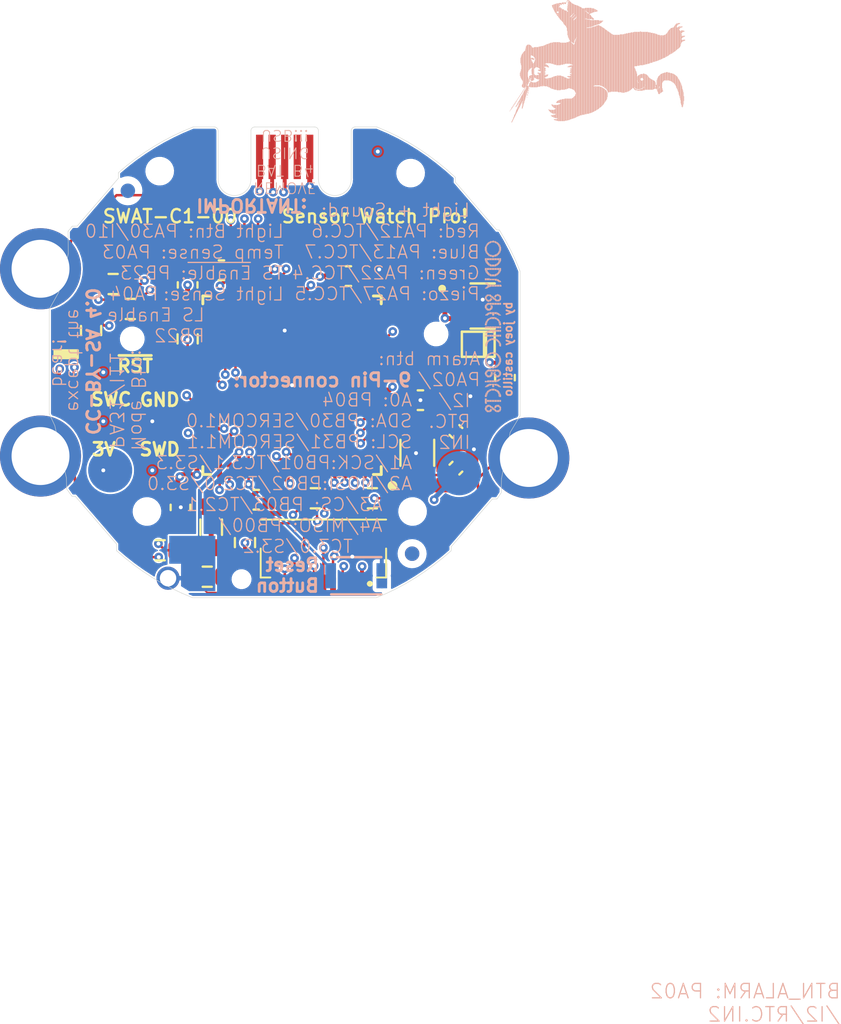
<source format=kicad_pcb>
(kicad_pcb (version 20211014) (generator pcbnew)
  (layers (0 "F.Cu" signal) (1 "In1.Cu" signal) (2 "In2.Cu" signal) (31 "B.Cu" signal) (34 "B.Paste" user) (35 "F.Paste" user) (36 "B.SilkS" user "B.Silkscreen") (37 "F.SilkS" user "F.Silkscreen") (38 "B.Mask" user) (39 "F.Mask" user) (44 "Edge.Cuts" user))
  (net 0 "")
  (net 1 "GND")
  (net 2 "/~{RESET}")
  (net 3 "/SWDIO_MODE")
  (net 4 "/VDDCORE")
  (net 5 "/XIN32")
  (net 6 "/XOUT32")
  (net 7 "/SWCLK_LIGHT")
  (net 8 "/VDDOUT")
  (net 10 "/USB_P")
  (net 11 "/USB_N")
  (net 12 "/BUZZER")
  (net 13 "/ALARM")
  (net 14 "/TEMPSENSE")
  (net 15 "/SEG0")
  (net 16 "/SEG1")
  (net 17 "/SEG2")
  (net 18 "/SEG3")
  (net 19 "/SEG4")
  (net 20 "/SEG5")
  (net 21 "/SEG6")
  (net 22 "/SEG7")
  (net 23 "/SEG8")
  (net 24 "/SEG9")
  (net 25 "/SEG10")
  (net 26 "/SEG11")
  (net 27 "/SEG12")
  (net 28 "/SEG13")
  (net 29 "/SEG14")
  (net 30 "/SEG15")
  (net 31 "/SEG16")
  (net 32 "/SEG17")
  (net 33 "/COM2")
  (net 34 "/COM1")
  (net 35 "VCC")
  (net 36 "/COM0")
  (net 37 "VBUS")
  (net 38 "/SEG18")
  (net 39 "/SEG19")
  (net 40 "/SEG20")
  (net 41 "+3V3")
  (net 42 "/SEG21")
  (net 43 "/SEG22")
  (net 44 "/SEG23")
  (net 45 "/A2_MOSI")
  (net 46 "/A1_SCK")
  (net 47 "/SCL")
  (net 48 "/SDA")
  (net 49 "/A0")
  (net 50 "/A4{slash}D1{slash}MISO")
  (net 51 "/A3{slash}D0{slash}CS")
  (net 54 "/~{RED}")
  (net 55 "/~{GREEN}")
  (net 56 "/~{BLUE}")
  (net 57 "/LIGHTSENSE")
  (net 58 "/LS_ENABLE")
  (net 59 "Net-(D2-Pad1)")
  (net 60 "/~{TS_ENABLE}")
  (net 61 "Net-(D2-Pad3)")
  (net 62 "Net-(D2-Pad4)")
  (net 63 "/VLCD")
  (footprint "Capacitor_SMD:C_0603_1608Metric" (layer "F.Cu") (at -5.0292 -4.0132 90)
    (fp_text reference "C3" hide)
    (fp_text value "0.1uF" hide)
  )
  (footprint "OSO-SWAT-A1-05:SOD-323F" (layer "F.Cu") (at 10.033 -0.9398)
    (fp_text reference "D1" hide)
    (fp_text value "SCHOTTKY" hide)
  )
  (footprint "Resistor_SMD:R_0603_1608Metric" (layer "F.Cu") (at -8.89 -4.06 180)
    (fp_text reference "R7" hide)
    (fp_text value "100" hide)
  )
  (footprint "Capacitor_SMD:C_0402_1005Metric" (layer "F.Cu") (at 8.874521 5.475479 45)
    (fp_text reference "C7" hide)
    (fp_text value "10pf" hide)
  )
  (footprint "Resistor_SMD:R_0603_1608Metric" (layer "F.Cu") (at -4.0132 11.0998 180)
    (fp_text reference "R3" hide)
    (fp_text value "10K" hide)
  )
  (footprint "Resistor_SMD:R_0603_1608Metric" (layer "F.Cu") (at -6.4516 9.7282 180)
    (fp_text reference "R1" hide)
    (fp_text value "1K" hide)
  )
  (footprint "Capacitor_SMD:C_0603_1608Metric" (layer "F.Cu") (at -1.4732 7.112)
    (fp_text reference "C5" hide)
    (fp_text value "1uF" hide)
  )
  (footprint "OSO-SWAT-A1-05:FH19C9S05SH10" (layer "F.Cu") (at 2.0066 8.89 180)
    (fp_text reference "J2" hide)
    (fp_text value "FH19C-9S-0.5SH_10_" hide)
  )
  (footprint "Resistor_SMD:R_0603_1608Metric" (layer "F.Cu") (at 1.588 7.0358 180)
    (fp_text reference "R11" hide)
    (fp_text value "10K 0.1%" hide)
  )
  (footprint "Crystal:Crystal_SMD_3215-2Pin_3.2x1.5mm" (layer "F.Cu") (at 6.874521 4.6811 90)
    (fp_text reference "X1" hide)
    (fp_text value "Crystal" hide)
  )
  (footprint "Capacitor_SMD:C_0402_1005Metric" (layer "F.Cu") (at 8.874521 3.575479 -45)
    (fp_text reference "C8" hide)
    (fp_text value "10pf" hide)
  )
  (footprint "OSO-SWAT-A1-05:MICROBUILDER_TESTPOINT_ROUND_1.5MM" (layer "F.Cu") (at -4.826 -10.922 180)
    (fp_text reference "TP8" hide)
    (fp_text value "MICROBUILDER_TESTPOINTROUND1.5MM" hide)
  )
  (footprint "Capacitor_SMD:C_0603_1608Metric" (layer "F.Cu") (at 3.302 -4.4704)
    (fp_text reference "C4" hide)
    (fp_text value "0.1uF" hide)
  )
  (footprint "OSO-SWAT-A1-05:QFN64_9X9MC_MCH" (layer "F.Cu") (at 0.381 1.1811 180)
    (fp_text reference "U1" hide)
    (fp_text value "ATSAML22J18A-MUT" hide)
  )
  (footprint "Resistor_SMD:R_0603_1608Metric" (layer "F.Cu") (at 4.5466 7.0358 180)
    (fp_text reference "R10" hide)
    (fp_text value "10K THERM" hide)
  )
  (footprint "Capacitor_SMD:C_0603_1608Metric" (layer "F.Cu") (at 11.4173 0.7874 -90)
    (fp_text reference "C1" hide)
    (fp_text value "10uF" hide)
  )
  (footprint "Capacitor_SMD:C_0603_1608Metric" (layer "F.Cu") (at -3.2766 -4.7752 180)
    (fp_text reference "C6" hide)
    (fp_text value "1uF" hide)
  )
  (footprint "OSO-SWAT-A1-05:SOT65P210X110-5N" (layer "F.Cu") (at 10.2616 -2.921)
    (fp_text reference "U2" hide)
    (fp_text value "MIC5365-3.3YC5-TR" hide)
  )
  (footprint "OSO-SWAT-A1-05:MICROBUILDER_TESTPOINT_ROUND_1.5MM" (layer "F.Cu") (at 4.826 -10.922)
    (fp_text reference "TP1" hide)
    (fp_text value "MICROBUILDER_TESTPOINTROUND1.5MM" hide)
  )
  (footprint "OSO-SWD:OSO_SWD_2x3" (layer "F.Cu") (at -8.129999 3.049999)
    (fp_text reference "J1" hide)
    (fp_text value "OSO_SWD" hide)
  )
  (footprint "Resistor_SMD:R_0603_1608Metric" (layer "F.Cu") (at -2.0574 9.33 90)
    (fp_text reference "R4" hide)
    (fp_text value "10K" hide)
  )
  (footprint "Capacitor_SMD:C_0603_1608Metric" (layer "F.Cu") (at 7.0358 1.9558)
    (fp_text reference "C9" hide)
    (fp_text value "1uF" hide)
  )
  (footprint "OSO-SWAT-A1-05:CASIO-F91W-OUTLINE-USB" (layer "F.Cu") (at 0 0)
    (fp_text reference "U$2" hide)
    (fp_text value "SENSOR-WATCH-USB" hide)
    (fp_line (start -8.180268 -10.199068) (end -8.617081 -9.831118) (layer "Edge.Cuts") (width 0.025))
    (fp_line (start -1.55 -12.19444) (end 1.55 -12.19444) (layer "Edge.Cuts") (width 0.025))
    (fp_line (start 5.804081 11.71039) (end 5.283181 11.96119) (layer "Edge.Cuts") (width 0.025))
    (fp_line (start -8.712168 9.41319) (end -10.855031 6.931331) (layer "Edge.Cuts") (width 0.025))
    (fp_line (start -11.012131 -7.05574) (end -11.22435 -6.79254) (layer "Edge.Cuts") (width 0.025))
    (fp_line (start 8.19084 10.129768) (end 7.741568 10.483931) (layer "Edge.Cuts") (width 0.025))
    (fp_line (start -6.293709 -11.468231) (end -6.785659 -11.18159) (layer "Edge.Cuts") (width 0.025))
    (fp_line (start -7.729631 -10.547681) (end -8.180268 -10.199068) (layer "Edge.Cuts") (width 0.025))
    (fp_line (start -11.02729 6.931331) (end -11.301518 6.54825) (layer "Edge.Cuts") (width 0.025))
    (fp_line (start 8.6263 9.55375) (end 8.6263 9.75909) (layer "Edge.Cuts") (width 0.025))
    (fp_line (start -11.301518 6.54825) (end -11.31254 5.972231) (layer "Edge.Cuts") (width 0.025))
    (fp_line (start 7.927618 -10.371281) (end 7.443931 -10.73374) (layer "Edge.Cuts") (width 0.025))
    (fp_line (start 11.128809 -6.857309) (end 10.98964 -6.857309) (layer "Edge.Cuts") (width 0.025))
    (fp_line (start 6.309818 11.43615) (end 5.804081 11.71039) (layer "Edge.Cuts") (width 0.025))
    (fp_line (start 11.430609 -6.34469) (end 11.128809 -6.857309) (layer "Edge.Cuts") (width 0.025))
    (fp_line (start -7.349309 10.82155) (end -7.819209 10.485309) (layer "Edge.Cuts") (width 0.025))
    (fp_line (start 6.42694 -11.393809) (end 5.893659 -11.687331) (layer "Edge.Cuts") (width 0.025))
    (fp_line (start 3.45 -11.99444) (end 3.45 -9.49444) (layer "Edge.Cuts") (width 0.025))
    (fp_line (start 12.199568 -4.7241) (end 11.9694 -5.27944) (layer "Edge.Cuts") (width 0.025))
    (fp_line (start 1.75 -11.99444) (end 1.75 -9.49444) (layer "Edge.Cuts") (width 0.025))
    (fp_line (start -11.71355 -3.627168) (end -11.213318 -5.628081) (layer "Edge.Cuts") (width 0.025))
    (fp_line (start -5.273981 -11.973968) (end -5.789368 -11.731418) (layer "Edge.Cuts") (width 0.025))
    (fp_line (start 7.27855 10.82155) (end 6.801768 11.1385) (layer "Edge.Cuts") (width 0.025))
    (fp_line (start -8.712168 9.7522) (end -8.712168 9.41319) (layer "Edge.Cuts") (width 0.025))
    (fp_line (start 11.00755 7.071918) (end 10.76914 7.071918) (layer "Edge.Cuts") (width 0.025))
    (fp_line (start 3.65 -12.19444) (end 4.778809 -12.19444) (layer "Edge.Cuts") (width 0.025))
    (fp_line (start -8.617081 -9.831118) (end -8.617081 -9.5376) (layer "Edge.Cuts") (width 0.025))
    (fp_line (start 5.893659 -11.687331) (end 5.343809 -11.954659) (layer "Edge.Cuts") (width 0.025))
    (fp_line (start 4.747131 12.185809) (end -4.777868 12.185809) (layer "Edge.Cuts") (width 0.025))
    (fp_line (start -4.747559 -12.19444) (end -3.65 -12.19444) (layer "Edge.Cuts") (width 0.025))
    (fp_line (start 11.9694 -5.27944) (end 11.71174 -5.818281) (layer "Edge.Cuts") (width 0.025))
    (fp_line (start 11.6869 3.622668) (end 12.199568 2.76969) (layer "Edge.Cuts") (width 0.025))
    (fp_line (start -6.362618 11.4334) (end -6.86425 11.1385) (layer "Edge.Cuts") (width 0.025))
    (fp_line (start -5.789368 -11.731418) (end -6.293709 -11.468231) (layer "Edge.Cuts") (width 0.025))
    (fp_line (start -5.848631 11.70625) (end -6.362618 11.4334) (layer "Edge.Cuts") (width 0.025))
    (fp_line (start -8.617081 -9.5376) (end -10.761331 -7.05574) (layer "Edge.Cuts") (width 0.025))
    (fp_line (start 8.39615 -9.988218) (end 7.927618 -10.371281) (layer "Edge.Cuts") (width 0.025))
    (fp_line (start 6.801768 11.1385) (end 6.309818 11.43615) (layer "Edge.Cuts") (width 0.025))
    (fp_line (start -12.2 2.663568) (end -12.2 -2.757631) (layer "Edge.Cuts") (width 0.025))
    (fp_line (start 12.199568 2.76969) (end 12.199568 -4.7241) (layer "Edge.Cuts") (width 0.025))
    (fp_line (start -8.273968 10.12839) (end -8.712168 9.7522) (layer "Edge.Cuts") (width 0.025))
    (fp_line (start 8.8468 -9.34055) (end 8.8468 -9.5872) (layer "Edge.Cuts") (width 0.025))
    (fp_line (start -5.31944 11.95705) (end -5.848631 11.70625) (layer "Edge.Cuts") (width 0.025))
    (fp_line (start -12.2 -2.757631) (end -11.71355 -3.627168) (layer "Edge.Cuts") (width 0.025))
    (fp_line (start -11.31254 5.972231) (end -11.913368 3.27264) (layer "Edge.Cuts") (width 0.025))
    (fp_line (start 10.76914 7.071918) (end 8.6263 9.55375) (layer "Edge.Cuts") (width 0.025))
    (fp_line (start -6.785659 -11.18159) (end -7.263868 -10.874268) (layer "Edge.Cuts") (width 0.025))
    (fp_line (start 11.2363 6.021831) (end 11.222509 6.748068) (layer "Edge.Cuts") (width 0.025))
    (fp_line (start -7.263868 -10.874268) (end -7.729631 -10.547681) (layer "Edge.Cuts") (width 0.025))
    (fp_line (start 8.6263 9.75909) (end 8.19084 10.129768) (layer "Edge.Cuts") (width 0.025))
    (fp_line (start -11.22435 -6.79254) (end -11.213318 -5.628081) (layer "Edge.Cuts") (width 0.025))
    (fp_line (start 7.443931 -10.73374) (end 6.9437 -11.075468) (layer "Edge.Cuts") (width 0.025))
    (fp_line (start 11.222509 6.748068) (end 11.00755 7.071918) (layer "Edge.Cuts") (width 0.025))
    (fp_line (start 5.283181 11.96119) (end 4.747131 12.185809) (layer "Edge.Cuts") (width 0.025))
    (fp_line (start -7.819209 10.485309) (end -8.273968 10.12839) (layer "Edge.Cuts") (width 0.025))
    (fp_line (start 11.71174 -5.818281) (end 11.430609 -6.34469) (layer "Edge.Cuts") (width 0.025))
    (fp_line (start -3.45 -11.99444) (end -3.45 -9.49444) (layer "Edge.Cuts") (width 0.025))
    (fp_line (start 8.8468 -9.5872) (end 8.39615 -9.988218) (layer "Edge.Cuts") (width 0.025))
    (fp_line (start -4.747559 -12.19444) (end -5.273981 -11.973968) (layer "Edge.Cuts") (width 0.025))
    (fp_line (start 11.6869 3.622668) (end 11.2363 6.021831) (layer "Edge.Cuts") (width 0.025))
    (fp_line (start -11.913368 3.27264) (end -12.2 2.663568) (layer "Edge.Cuts") (width 0.025))
    (fp_line (start -10.761331 -7.05574) (end -11.012131 -7.05574) (layer "Edge.Cuts") (width 0.025))
    (fp_line (start -6.86425 11.1385) (end -7.349309 10.82155) (layer "Edge.Cuts") (width 0.025))
    (fp_line (start 6.9437 -11.075468) (end 6.42694 -11.393809) (layer "Edge.Cuts") (width 0.025))
    (fp_line (start -10.855031 6.931331) (end -11.02729 6.931331) (layer "Edge.Cuts") (width 0.025))
    (fp_line (start 5.343809 -11.954659) (end 4.778809 -12.19444) (layer "Edge.Cuts") (width 0.025))
    (fp_line (start -1.75 -11.99444) (end -1.75 -9.49444) (layer "Edge.Cuts") (width 0.025))
    (fp_line (start 7.741568 10.483931) (end 7.27855 10.82155) (layer "Edge.Cuts") (width 0.025))
    (fp_line (start 10.98964 -6.857309) (end 8.8468 -9.34055) (layer "Edge.Cuts") (width 0.025))
    (fp_line (start -4.777868 12.185809) (end -5.31944 11.95705) (layer "Edge.Cuts") (width 0.025))
    (fp_arc (start 3.45 -9.49444) (mid 2.6 -8.64444) (end 1.75 -9.49444) (layer "Edge.Cuts") (width 0.025))
    (fp_arc (start 3.45 -11.99444) (mid 3.508579 -12.135861) (end 3.65 -12.19444) (layer "Edge.Cuts") (width 0.025))
    (fp_arc (start 1.55 -12.19444) (mid 1.69143 -12.13587) (end 1.75 -11.99444) (layer "Edge.Cuts") (width 0.025))
    (fp_arc (start -1.75 -9.49444) (mid -2.6 -8.64444) (end -3.45 -9.49444) (layer "Edge.Cuts") (width 0.025))
    (fp_arc (start -1.75 -11.99444) (mid -1.691421 -12.135861) (end -1.55 -12.19444) (layer "Edge.Cuts") (width 0.025))
    (fp_arc (start -3.65 -12.19444) (mid -3.508579 -12.135861) (end -3.45 -11.99444) (layer "Edge.Cuts") (width 0.025))
  )
  (footprint "Inductor_SMD:L_0805_2012Metric" (layer "F.Cu") (at -3.81 8.5344 -90)
    (fp_text reference "L1" hide)
    (fp_text value "10uH" hide)
  )
  (footprint "Resistor_SMD:R_0603_1608Metric" (layer "F.Cu") (at -8.001 -2.7686 180)
    (fp_text reference "R8" hide)
    (fp_text value "100" hide)
  )
  (footprint "Resistor_SMD:R_0603_1608Metric" (layer "F.Cu") (at -5.0292 -1.2192 -90)
    (fp_text reference "Q1" hide)
    (fp_text value "Q_Photo_NPN" hide)
  )
  (footprint "Capacitor_SMD:C_0603_1608Metric" (layer "F.Cu") (at -5.4 7.51 -90)
    (fp_text reference "C2" hide)
    (fp_text value "0.1uF" hide)
  )
  (footprint "OSO-SWAT-A1-05:MICROBUILDER_TESTPOINT_ROUND_1.5MM" (layer "F.Cu") (at 8.89 7.874 180)
    (fp_text reference "TP10" hide)
    (fp_text value "MICROBUILDER_TESTPOINTROUND1.5MM" hide)
  )
  (footprint "OSO-SWAT-A1-05:MICROBUILDER_TESTPOINT_ROUND_1.5MM" (layer "F.Cu") (at -8.89 7.874 180)
    (fp_text reference "TP9" hide)
    (fp_text value "MICROBUILDER_TESTPOINTROUND1.5MM" hide)
  )
  (footprint "Fiducial:Fiducial_0.75mm_Mask1.5mm" (layer "F.Cu") (at 6.604 9.906)
    (fp_text reference "FID10" hide)
    (fp_text value "Fiducial" hide)
  )
  (footprint "Fiducial:Fiducial_0.75mm_Mask1.5mm" (layer "F.Cu") (at 4.572 -9.144)
    (fp_text reference "FID9" hide)
    (fp_text value "Fiducial" hide)
  )
  (footprint "Resistor_SMD:R_0603_1608Metric" (layer "F.Cu") (at -10.033 -1.651 -90)
    (fp_text reference "R6" hide)
    (fp_text value "1K" hide)
  )
  (footprint "Fiducial:Fiducial_0.75mm_Mask1.5mm" (layer "F.Cu") (at -4.572 -9.144)
    (fp_text reference "FID7" hide)
    (fp_text value "Fiducial" hide)
  )
  (footprint "OSO-SWAT-A1-05:LED_QBLP655_RGB" (layer "F.Cu") (at -11.3284 0 90)
    (fp_text reference "D2" hide)
    (fp_text value "QBLP655-RGB" hide)
  )
  (footprint "Fiducial:Fiducial_0.75mm_Mask1.5mm" (layer "B.Cu") (at -8.128 -8.89 180)
    (fp_text reference "FID8" hide)
    (fp_text value "Fiducial" hide)
  )
  (footprint "OSO-SWAT-A1-05:SW_EVP-BB1AAB000" (layer "B.Cu") (at 3.7084 11.049 180)
    (fp_text reference "RESET0" hide)
    (fp_text value "EVP-BB1AAB000" hide)
  )
  (footprint "Fiducial:Fiducial_0.75mm_Mask1.5mm" (layer "B.Cu") (at 6.604 9.906 180)
    (fp_text reference "FID11" hide)
    (fp_text value "Fiducial" hide)
  )
  (footprint "OSO-SWAT-A1-05:OSO_WORDMARK_ONELINE_350MIL_1000DPI" (layer "B.Cu") (at 10.795 -1.8542 -90)
    (fp_text reference "U$6" hide)
    (fp_text value "" hide)
  )
  (footprint "OSO-SWAT-A1-05:OSO_BEAR_250X360MIL_1000DPI" (layer "B.Cu") (at 16.1671 -15.5829 -90)
    (fp_text reference "U$5" hide)
    (fp_text value "" hide)
  )
  (gr_rect (start -11.925479 -0.624521) (end -10.725479 -0.224521) (layer "F.SilkS") (width 0.12) (fill solid))
  (gr_text "CC-BY-SA 4.0" (at -9.9568 -0.0508 -90) (layer "B.SilkS") (effects (font (size 0.6731 0.6731) (thickness 0.146304)) (justify mirror)))
  (gr_text "bear!" (at -11.7094 0.0254 -90) (layer "B.SilkS") (effects (font (size 0.6731 0.6731) (thickness 0.065024)) (justify mirror)))
  (gr_text "by joey castillo" (at 11.5824 -0.6858 -270) (layer "B.SilkS") (effects (font (size 0.41656 0.41656) (thickness 0.09144)) (justify mirror)))
  (gr_text "REMOVE\nBAT B4\nUSING\nUSB!!!" (at 0.007121 -8.719321 -180) (layer "B.SilkS") (effects (font (size 0.560832 0.560832) (thickness 0.048768)) (justify top mirror)))
  (gr_text "PA04" (at -6.5024 -3.937) (layer "B.SilkS") (effects (font (size 0.6731 0.6731) (thickness 0.065024)) (justify left top mirror)))
  (gr_text "Reset\nButton" (at 1.8542 11.0236) (layer "B.SilkS") (effects (font (size 0.666496 0.666496) (thickness 0.146304)) (justify left mirror)))
  (gr_text "Alarm btn:\nPA02/\n I2/\n RTC.\n IN2" (at 10.1854 -0.5842) (layer "B.SilkS") (effects (font (size 0.6731 0.6731) (thickness 0.065024)) (justify left top mirror)))
  (gr_text "except the" (at -10.8712 -0.127 -90) (layer "B.SilkS") (effects (font (size 0.6731 0.6731) (thickness 0.065024)) (justify mirror)))
  (gr_text "9-Pin connector:" (at 6.6548 0.508) (layer "B.SilkS") (effects (font (size 0.6985 0.6985) (thickness 0.146304)) (justify left top mirror)))
  (gr_text "IMPORTANT:" (at -1.7018 -7.747 -180) (layer "B.SilkS") (effects (font (size 0.666496 0.666496) (thickness 0.146304)) (justify top mirror)))
  (gr_text " Light + Sound:\nRed: PA12/TCC.6\nBlue: PA13/TCC.7\nGreen: PA22/TCC.4\nPiezo: PA27/TCC.5\n" (at 10.16 -8.2804) (layer "B.SilkS") (effects (font (size 0.6731 0.6731) (thickness 0.065024)) (justify left top mirror)))
  (gr_text "Light Btn: PA30/I10\nTemp Sense: PA03\nTS ~{Enable}: PB23\nLight Sense: \n        LS Enable\n        PB22\n" (at 0 -7.1882) (layer "B.SilkS") (effects (font (size 0.6731 0.6731) (thickness 0.065024)) (justify left top mirror)))
  (gr_text "A0: PB04\nSDA: PB30/SERCOM1.0\nSCL: PB31/SERCOM1.1\nA1/SCK:PB01/TC3.1/S3.3\nA2/MOSI:PB02/TC2.0/S3.0\n   A3/CS: PB03/TC2.1\n   A4/MISO: PB00/\n      TC3.0/S3.2\n" (at 6.6548 1.5494) (layer "B.SilkS") (effects (font (size 0.6731 0.6731) (thickness 0.065024)) (justify left top mirror)))
  (gr_text "BTN_ALARM: PA02\n/I2/RTC.IN2" (at 28.8568 32.1296) (layer "B.SilkS") (effects (font (size 0.747776 0.747776) (thickness 0.065024)) (justify left top mirror)))
  (gr_text "Mode Btn:\nPA31/I11" (at -7.1882 1.9558 270) (layer "B.SilkS") (effects (font (size 0.6985 0.6985) (thickness 0.065024)) (justify top mirror)))
  (gr_text "3V" (at -9.3726 4.1148) (layer "F.SilkS") (effects (font (size 0.666496 0.666496) (thickness 0.146304)) (justify top)))
  (gr_text "SWD" (at -6.477 4.1148) (layer "F.SilkS") (effects (font (size 0.666496 0.666496) (thickness 0.146304)) (justify top)))
  (gr_text "Sensor Watch Pro!" (at 4.674521 -7.5692) (layer "F.SilkS") (effects (font (size 0.69088 0.69088) (thickness 0.12192))))
  (gr_text "SWC" (at -8.9916 1.524) (layer "F.SilkS") (effects (font (size 0.666496 0.666496) (thickness 0.146304)) (justify top)))
  (gr_text "~{RST}" (at -7.75 -0.2) (layer "F.SilkS") (effects (font (size 0.666496 0.666496) (thickness 0.146304)) (justify top)))
  (gr_text "GND" (at -6.477 1.5494) (layer "F.SilkS") (effects (font (size 0.666496 0.666496) (thickness 0.146304)) (justify top)))
  (gr_text "SWAT-C1-00" (at -5.9436 -7.5692) (layer "F.SilkS") (effects (font (size 0.69088 0.69088) (thickness 0.12192))))
  (segment (start 1.3 -10.64444) (end 1.3 -9.1232) (width 0.254) (layer "F.Cu") (net 1))
  (segment (start 8.46942 4.699) (end 6.8072 4.699) (width 0.127) (layer "F.Cu") (net 1))
  (segment (start 9.786917 4.5212) (end 8.994262 4.5212) (width 0.127) (layer "F.Cu") (net 1))
  (segment (start 1.631 -0.0689) (end 0.381 1.1811) (width 0.254) (layer "F.Cu") (net 1))
  (segment (start -0.869 2.4311) (end 0.381 1.1811) (width 0.254) (layer "F.Cu") (net 1))
  (segment (start -4.2891 -2.5689) (end -4.2926 -2.5654) (width 0.254) (layer "F.Cu") (net 1))
  (segment (start 9.9314 -2.921) (end 10.2616 -3.2512) (width 0.254) (layer "F.Cu") (net 1))
  (segment (start 9.2916 -2.921) (end 9.9314 -2.921) (width 0.254) (layer "F.Cu") (net 1))
  (segment (start -4.2926 -3.8354) (end -4.0386 -4.0894) (width 0.254) (layer "F.Cu") (net 1))
  (segment (start 4.7752 1.9311) (end 1.131 1.9311) (width 0.254) (layer "F.Cu") (net 1))
  (segment (start 1.131 1.9311) (end 0.381 1.1811) (width 0.254) (layer "F.Cu") (net 1))
  (segment (start 9.8168 1.5624) (end 11.4173 1.5624) (width 0.254) (layer "F.Cu") (net 1))
  (segment (start 3.5066 11.39) (end 3.5066 10.0598) (width 0.2032) (layer "F.Cu") (net 1))
  (segment (start -4.0132 4.4311) (end -2.869 4.4311) (width 0.254) (layer "F.Cu") (net 1))
  (segment (start 8.816462 4.351958) (end 9.233731 3.934689) (width 0.127) (layer "F.Cu") (net 1))
  (segment (start -4.2926 -2.5654) (end -4.2926 -3.8354) (width 0.254) (layer "F.Cu") (net 1))
  (segment (start -5.0292 -4.7752) (end -4.0386 -4.7752) (width 0.254) (layer "F.Cu") (net 1))
  (segment (start -5.3848 7.5032) (end -5.3848 8.2934) (width 0.254) (layer "F.Cu") (net 1))
  (segment (start 4.064 -4.4704) (end 4.555841 -4.4704) (width 0.254) (layer "F.Cu") (net 1))
  (segment (start -3.369 -2.5689) (end 0.381 1.1811) (width 0.254) (layer "F.Cu") (net 1))
  (segment (start -0.869 6.7634) (end -0.5966 7.0358) (width 0.254) (layer "F.Cu") (net 1))
  (segment (start 7.8108 1.9558) (end 9.4234 1.9558) (width 0.254) (layer "F.Cu") (net 1))
  (segment (start -4.0132 -2.5689) (end -3.369 -2.5689) (width 0.254) (layer "F.Cu") (net 1))
  (segment (start -2.869 4.4311) (end 0.381 1.1811) (width 0.254) (layer "F.Cu") (net 1))
  (segment (start -0.869 5.5753) (end -0.869 2.4311) (width 0.254) (layer "F.Cu") (net 1))
  (segment (start -4.0386 -4.0894) (end -4.0386 -4.7752) (width 0.254) (layer "F.Cu") (net 1))
  (segment (start 8.994262 4.5212) (end 8.816462 4.699) (width 0.127) (layer "F.Cu") (net 1))
  (segment (start 9.4234 1.9558) (end 9.6266 1.7526) (width 0.254) (layer "F.Cu") (net 1))
  (segment (start 3.5066 10.0598) (end 3.5052 10.0584) (width 0.2032) (layer "F.Cu") (net 1))
  (segment (start 7.8108 1.9558) (end 7.0358 1.9558) (width 0.254) (layer "F.Cu") (net 1))
  (segment (start 9.233731 5.116269) (end 8.816462 4.699) (width 0.127) (layer "F.Cu") (net 1))
  (segment (start 9.6266 1.7526) (end 9.8168 1.5624) (width 0.254) (layer "F.Cu") (net 1))
  (segment (start 8.816462 4.699) (end 8.816462 4.351958) (width 0.127) (layer "F.Cu") (net 1))
  (segment (start 1.631 -3.2131) (end 1.631 -0.0689) (width 0.254) (layer "F.Cu") (net 1))
  (segment (start -4.0132 -2.5689) (end -4.2891 -2.5689) (width 0.254) (layer "F.Cu") (net 1))
  (segment (start 4.555841 -4.4704) (end 4.899826 -4.814385) (width 0.254) (layer "F.Cu") (net 1))
  (segment (start 8.816462 4.699) (end 8.509 4.699) (width 0.127) (layer "F.Cu") (net 1))
  (segment (start 9.807168 4.500949) (end 9.786917 4.5212) (width 0.127) (layer "F.Cu") (net 1))
  (segment (start -0.869 5.5753) (end -0.869 6.7634) (width 0.254) (layer "F.Cu") (net 1))
  (segment (start 1.3 -9.1232) (end 1.2954 -9.1186) (width 0.254) (layer "F.Cu") (net 1))
  (via (at 9.6266 1.7526) (size 0.45) (drill 0.2) (layers "F.Cu" "B.Cu") (net 1))
  (via (at -5.3848 7.5032) (size 0.45) (drill 0.2) (layers "F.Cu" "B.Cu") (net 1))
  (via (at 4.899826 -4.814385) (size 0.45) (drill 0.2) (layers "F.Cu" "B.Cu") (net 1))
  (via (at 0 -1.651) (size 0.45) (drill 0.2) (layers "F.Cu" "B.Cu") (net 1))
  (via (at 6.8072 4.699) (size 0.45) (drill 0.2) (layers "F.Cu" "B.Cu") (net 1))
  (via (at 7.0358 1.9558) (size 0.45) (drill 0.2) (layers "F.Cu" "B.Cu") (net 1))
  (via (at 1.2954 -9.1186) (size 0.45) (drill 0.2) (layers "F.Cu" "B.Cu") (net 1))
  (via (at 3.5052 10.0584) (size 0.45) (drill 0.2) (layers "F.Cu" "B.Cu") (net 1))
  (via (at 10.2616 -3.2512) (size 0.45) (drill 0.2) (layers "F.Cu" "B.Cu") (net 1))
  (via (at 9.807168 4.500949) (size 0.45) (drill 0.2) (layers "F.Cu" "B.Cu") (net 1))
  (via (at -6.859999 3.049999) (size 0.45) (drill 0.2) (layers "F.Cu" "B.Cu") (net 1))
  (via (at 0.381 1.1811) (size 0.45) (drill 0.2) (layers "F.Cu" "B.Cu") (net 1))
  (segment (start 2.1844 -1.3716) (end 1.905 -1.3716) (width 0.254) (layer "B.Cu") (net 1))
  (segment (start 5.0334 10.0584) (end 5.0334 10.674) (width 0.2032) (layer "B.Cu") (net 1))
  (segment (start 1.905 -1.3716) (end 0.381 0.1524) (width 0.254) (layer "B.Cu") (net 1))
  (segment (start 0.381 0.1524) (end 0.381 1.1811) (width 0.254) (layer "B.Cu") (net 1))
  (segment (start 5.0334 11.424) (end 5.0334 10.674) (width 0.55) (layer "B.Cu") (net 1))
  (segment (start 3.5052 10.0584) (end 5.0334 10.0584) (width 0.2032) (layer "B.Cu") (net 1))
  (segment (start -1.869 6.265) (end -1.869 5.5753) (width 0.127) (layer "F.Cu") (net 2))
  (segment (start -1.869 5.5753) (end -1.869 4.689372) (width 0.127) (layer "F.Cu") (net 2))
  (segment (start -1.869 4.689372) (end -1.823797 4.644169) (width 0.127) (layer "F.Cu") (net 2))
  (via (at -1.8708 6.308) (size 0.45) (drill 0.2) (layers "F.Cu" "B.Cu") (net 2))
  (via (at -9.399999 0.509999) (size 0.45) (drill 0.2) (layers "F.Cu" "B.Cu") (net 2))
  (via (at -1.823797 4.644169) (size 0.45) (drill 0.2) (layers "F.Cu" "B.Cu") (net 2))
  (segment (start -1.8094 6.4812) (end 2.3834 10.674) (width 0.127) (layer "B.Cu") (net 2))
  (segment (start -1.8708 6.308) (end -1.8708 6.4646) (width 0.127) (layer "B.Cu") (net 2))
  (segment (start 2.3834 11.424) (end 2.3834 10.674) (width 0.55) (layer "B.Cu") (net 2))
  (segment (start -9.586 7.874) (end -8.89 7.874) (width 0.127) (layer "F.Cu") (net 3))
  (segment (start 0.0762 4.640089) (end 0.195789 4.640089) (width 0.127) (layer "F.Cu") (net 3))
  (segment (start 0.694491 4.801569) (end 1.131 5.238078) (width 0.127) (layer "F.Cu") (net 3))
  (segment (start -10.8712 6.5888) (end -9.586 7.874) (width 0.127) (layer "F.Cu") (net 3))
  (segment (start -10.8712 5.9436) (end -10.8712 6.5888) (width 0.127) (layer "F.Cu") (net 3))
  (segment (start 1.131 5.238078) (end 1.131 5.5753) (width 0.127) (layer "F.Cu") (net 3))
  (segment (start 0.357269 4.801569) (end 0.694491 4.801569) (width 0.127) (layer "F.Cu") (net 3))
  (segment (start 0.195789 4.640089) (end 0.357269 4.801569) (width 0.127) (layer "F.Cu") (net 3))
  (via (at -6.859999 5.589999) (size 0.45) (drill 0.2) (layers "F.Cu" "B.Cu") (net 3))
  (via (at 0.0762 4.640089) (size 0.45) (drill 0.2) (layers "F.Cu" "B.Cu") (net 3))
  (segment (start -2.7178 7.0358) (end -2.2482 7.0358) (width 0.254) (layer "F.Cu") (net 4))
  (segment (start -1.369 6.6014) (end -1.8034 7.0358) (width 0.254) (layer "F.Cu") (net 4))
  (segment (start -1.369 5.5753) (end -1.369 6.6014) (width 0.254) (layer "F.Cu") (net 4))
  (segment (start -3.1539 7.4719) (end -2.7178 7.0358) (width 0.254) (layer "F.Cu") (net 4))
  (segment (start -1.8034 7.0358) (end -2.2482 7.0358) (width 0.254) (layer "F.Cu") (net 4))
  (segment (start -3.81 7.4719) (end -3.1539 7.4719) (width 0.254) (layer "F.Cu") (net 4))
  (segment (start 6.4653 5.8811) (end 6.874521 5.8811) (width 0.127) (layer "F.Cu") (net 5))
  (segment (start 6.920932 5.834689) (end 6.874521 5.8811) (width 0.127) (layer "F.Cu") (net 5))
  (segment (start 5.5153 4.9311) (end 6.4653 5.8811) (width 0.127) (layer "F.Cu") (net 5))
  (segment (start 4.7752 4.9311) (end 5.5153 4.9311) (width 0.127) (layer "F.Cu") (net 5))
  (segment (start 8.515311 5.834689) (end 6.920932 5.834689) (width 0.127) (layer "F.Cu") (net 5))
  (segment (start 4.7752 4.4311) (end 5.5257 4.4311) (width 0.127) (layer "F.Cu") (net 6))
  (segment (start 5.5257 4.4311) (end 6.4757 3.4811) (width 0.127) (layer "F.Cu") (net 6))
  (segment (start 8.515311 3.216269) (end 7.139352 3.216269) (width 0.127) (layer "F.Cu") (net 6))
  (segment (start 7.139352 3.216269) (end 6.874521 3.4811) (width 0.127) (layer "F.Cu") (net 6))
  (segment (start 6.4757 3.4811) (end 6.874521 3.4811) (width 0.127) (layer "F.Cu") (net 6))
  (segment (start -0.317011 5.016989) (end 0.409911 5.016989) (width 0.127) (layer "F.Cu") (net 7))
  (segment (start -11.073558 -4.795541) (end -11.073558 -5.666344) (width 0.127) (layer "F.Cu") (net 7))
  (segment (start -11.080393 -6.293207) (end -8.7118 -8.6618) (width 0.127) (layer "F.Cu") (net 7))
  (segment (start -11.074463 -5.667249) (end -11.080393 -6.293207) (width 0.127) (layer "F.Cu") (net 7))
  (segment (start -4.826 -10.244) (end -4.826 -10.922) (width 0.127) (layer "F.Cu") (net 7))
  (segment (start -6.4082 -8.6618) (end -4.826 -10.244) (width 0.127) (layer "F.Cu") (net 7))
  (segment (start -8.7118 -8.6618) (end -6.4082 -8.6618) (width 0.127) (layer "F.Cu") (net 7))
  (segment (start -11.073558 -5.666344) (end -11.074463 -5.667249) (width 0.127) (layer "F.Cu") (net 7))
  (segment (start -0.4286 4.855498) (end -0.4286 4.9054) (width 0.127) (layer "F.Cu") (net 7))
  (segment (start -0.4286 4.9054) (end -0.317011 5.016989) (width 0.127) (layer "F.Cu") (net 7))
  (segment (start 0.631 5.238078) (end 0.631 5.5753) (width 0.127) (layer "F.Cu") (net 7))
  (segment (start -11.346081 -4.523018) (end -11.073558 -4.795541) (width 0.127) (layer "F.Cu") (net 7))
  (segment (start 0.409911 5.016989) (end 0.631 5.238078) (width 0.127) (layer "F.Cu") (net 7))
  (via (at -9.399999 3.049999) (size 0.45) (drill 0.2) (layers "F.Cu" "B.Cu") (net 7))
  (via (at -0.4286 4.855498) (size 0.45) (drill 0.2) (layers "F.Cu" "B.Cu") (net 7))
  (segment (start -3.81 8.7249) (end -3.81 9.5969) (width 0.254) (layer "F.Cu") (net 8))
  (segment (start -0.254 6.35241) (end 0.0508 6.65721) (width 0.254) (layer "F.Cu") (net 8))
  (segment (start -0.254 6.3246) (end -0.254 6.35241) (width 0.254) (layer "F.Cu") (net 8))
  (segment (start -0.369 6.2096) (end -0.254 6.3246) (width 0.254) (layer "F.Cu") (net 8))
  (segment (start -2.9083 7.8232) (end -3.81 8.7249) (width 0.254) (layer "F.Cu") (net 8))
  (segment (start -0.369 5.5753) (end -0.369 6.2096) (width 0.254) (layer "F.Cu") (net 8))
  (segment (start 0.0508 7.5692) (end -0.2032 7.8232) (width 0.254) (layer "F.Cu") (net 8))
  (segment (start 0.0508 6.65721) (end 0.0508 7.5692) (width 0.254) (layer "F.Cu") (net 8))
  (segment (start -0.2032 7.8232) (end -2.9083 7.8232) (width 0.254) (layer "F.Cu") (net 8))
  (segment (start 0 -10.64444) (end 0 -8.86935) (width 0.2032) (layer "F.Cu") (net 10))
  (segment (start -2.99182 3.9311) (end -4.0132 3.9311) (width 0.2032) (layer "F.Cu") (net 10))
  (segment (start 0 -8.86935) (end -0.05555 -8.8138) (width 0.2032) (layer "F.Cu") (net 10))
  (segment (start -2.61646 3.55574) (end -2.99182 3.9311) (width 0.2032) (layer "F.Cu") (net 10))
  (via (at -2.61646 3.55574) (size 0.45) (drill 0.2) (layers "F.Cu" "B.Cu") (net 10))
  (via (at -0.05555 -8.8138) (size 0.45) (drill 0.2) (layers "F.Cu" "B.Cu") (net 10))
  (segment (start -0.65 -8.86935) (end -0.59445 -8.8138) (width 0.2032) (layer "F.Cu") (net 11))
  (segment (start -0.65 -10.64444) (end -0.65 -8.86935) (width 0.2032) (layer "F.Cu") (net 11))
  (segment (start -3.139347 3.427418) (end -4.009518 3.427418) (width 0.2032) (layer "F.Cu") (net 11))
  (segment (start -4.009518 3.427418) (end -4.0132 3.4311) (width 0.2032) (layer "F.Cu") (net 11))
  (via (at -0.59445 -8.8138) (size 0.45) (drill 0.2) (layers "F.Cu" "B.Cu") (net 11))
  (via (at -3.139347 3.427418) (size 0.45) (drill 0.2) (layers "F.Cu" "B.Cu") (net 11))
  (segment (start -2.369 4.650969) (end -2.3622 4.644169) (width 0.2032) (layer "F.Cu") (net 12))
  (segment (start -2.369 5.5753) (end -2.369 4.650969) (width 0.2032) (layer "F.Cu") (net 12))
  (via (at -2.3622 4.644169) (size 0.45) (drill 0.2) (layers "F.Cu" "B.Cu") (net 12))
  (segment (start -2.408969 4.644169) (end -4.3942 6.6294) (width 0.2032) (layer "B.Cu") (net 12))
  (segment (start -4.3942 10.3886) (end -5.1816 11.176) (width 0.2032) (layer "B.Cu") (net 12))
  (segment (start -5.1816 11.176) (end -6.0452 11.176) (width 0.2032) (layer "B.Cu") (net 12))
  (segment (start -2.3622 4.644169) (end -2.408969 4.644169) (width 0.2032) (layer "B.Cu") (net 12))
  (segment (start -4.3942 6.6294) (end -4.3942 10.3886) (width 0.2032) (layer "B.Cu") (net 12))
  (segment (start 11.342224 4.703628) (end 10.0195 6.026352) (width 0.127) (layer "F.Cu") (net 13))
  (segment (start 4.7752 3.9311) (end 4.1969 3.9311) (width 0.127) (layer "F.Cu") (net 13))
  (segment (start 4.1969 3.9311) (end 3.937 4.191) (width 0.127) (layer "F.Cu") (net 13))
  (segment (start 10.0195 6.026352) (end 10.0195 6.7445) (width 0.127) (layer "F.Cu") (net 13))
  (segment (start 10.0195 6.7445) (end 8.89 7.874) (width 0.127) (layer "F.Cu") (net 13))
  (segment (start 8.89 7.18681) (end 8.874521 7.171331) (width 0.0889) (layer "F.Cu") (net 13))
  (via (at 3.937 4.191) (size 0.45) (drill 0.2) (layers "F.Cu" "B.Cu") (net 13))
  (segment (start 2.0533 7.8232) (end 2.0533 7.3955) (width 0.127) (layer "F.Cu") (net 14))
  (segment (start 4.145489 3.4311) (end 3.923831 3.652758) (width 0.127) (layer "F.Cu") (net 14))
  (segment (start 4.7752 3.4311) (end 4.145489 3.4311) (width 0.127) (layer "F.Cu") (net 14))
  (segment (start 2.0533 7.3955) (end 2.413 7.0358) (width 0.127) (layer "F.Cu") (net 14))
  (segment (start 3.7216 7.0358) (end 2.413 7.0358) (width 0.127) (layer "F.Cu") (net 14))
  (via (at 3.923831 3.652758) (size 0.45) (drill 0.2) (layers "F.Cu" "B.Cu") (net 14))
  (via (at 2.0533 7.8232) (size 0.45) (drill 0.2) (layers "F.Cu" "B.Cu") (net 14))
  (segment (start 5.996661 -1.348461) (end 5.996661 -3.440957) (width 0.0889) (layer "F.Cu") (net 15))
  (segment (start 5.996661 -3.440957) (end 7.331864 -4.77616) (width 0.0889) (layer "F.Cu") (net 15))
  (segment (start 9.208 -5.271) (end 9.208 -6.25) (width 0.0889) (layer "F.Cu") (net 15))
  (segment (start 5.2171 -0.5689) (end 5.996661 -1.348461) (width 0.0889) (layer "F.Cu") (net 15))
  (segment (start 8.71316 -4.77616) (end 9.208 -5.271) (width 0.0889) (layer "F.Cu") (net 15))
  (segment (start 7.331864 -4.77616) (end 8.71316 -4.77616) (width 0.0889) (layer "F.Cu") (net 15))
  (segment (start 4.7752 -0.5689) (end 5.2171 -0.5689) (width 0.0889) (layer "F.Cu") (net 15))
  (segment (start 5.819341 -2.364941) (end 5.819341 -3.514405) (width 0.0889) (layer "F.Cu") (net 16))
  (segment (start 7.258416 -4.95348) (end 8.17928 -4.95348) (width 0.0889) (layer "F.Cu") (net 16))
  (segment (start 4.7752 -1.5689) (end 5.0233 -1.5689) (width 0.0889) (layer "F.Cu") (net 16))
  (segment (start 8.17928 -4.95348) (end 8.502 -5.2762) (width 0.0889) (layer "F.Cu") (net 16))
  (segment (start 8.502 -5.2762) (end 8.502 -6.25) (width 0.0889) (layer "F.Cu") (net 16))
  (segment (start 5.0233 -1.5689) (end 5.819341 -2.364941) (width 0.0889) (layer "F.Cu") (net 16))
  (segment (start 5.819341 -3.514405) (end 7.258416 -4.95348) (width 0.0889) (layer "F.Cu") (net 16))
  (segment (start 7.6418 -5.1308) (end 7.796 -5.285) (width 0.0889) (layer "F.Cu") (net 17))
  (segment (start 5.1169 -2.0689) (end 5.642021 -2.594021) (width 0.0889) (layer "F.Cu") (net 17))
  (segment (start 5.642021 -2.594021) (end 5.642021 -3.587853) (width 0.0889) (layer "F.Cu") (net 17))
  (segment (start 7.184968 -5.1308) (end 7.6418 -5.1308) (width 0.0889) (layer "F.Cu") (net 17))
  (segment (start 4.7752 -2.0689) (end 5.1169 -2.0689) (width 0.0889) (layer "F.Cu") (net 17))
  (segment (start 7.796 -5.285) (end 7.796 -6.25) (width 0.0889) (layer "F.Cu") (net 17))
  (segment (start 5.642021 -3.587853) (end 7.184968 -5.1308) (width 0.0889) (layer "F.Cu") (net 17))
  (segment (start 4.7752 -2.5689) (end 5.0835 -2.5689) (width 0.0889) (layer "F.Cu") (net 18))
  (segment (start 5.0835 -2.5689) (end 5.464701 -2.950101) (width 0.0889) (layer "F.Cu") (net 18))
  (segment (start 5.464701 -3.661301) (end 7.09 -5.2866) (width 0.0889) (layer "F.Cu") (net 18))
  (segment (start 7.09 -5.2866) (end 7.09 -6.25) (width 0.0889) (layer "F.Cu") (net 18))
  (segment (start 5.464701 -2.950101) (end 5.464701 -3.661301) (width 0.0889) (layer "F.Cu") (net 18))
  (segment (start 4.191 -3.3528) (end 4.191 -3.575041) (width 0.0889) (layer "F.Cu") (net 19))
  (segment (start 4.191 -3.575041) (end 4.668095 -3.575041) (width 0.0889) (layer "F.Cu") (net 19))
  (segment (start 4.131 -3.2131) (end 4.131 -3.2928) (width 0.0889) (layer "F.Cu") (net 19))
  (segment (start 4.131 -3.2928) (end 4.191 -3.3528) (width 0.0889) (layer "F.Cu") (net 19))
  (segment (start 6.384 -5.290946) (end 6.384 -6.25) (width 0.0889) (layer "F.Cu") (net 19))
  (segment (start 4.668095 -3.575041) (end 6.384 -5.290946) (width 0.0889) (layer "F.Cu") (net 19))
  (segment (start 5.678 -4.835714) (end 4.594647 -3.752361) (width 0.0889) (layer "F.Cu") (net 20))
  (segment (start 5.678 -6.25) (end 5.678 -4.835714) (width 0.0889) (layer "F.Cu") (net 20))
  (segment (start 3.890861 -3.752361) (end 3.631 -3.4925) (width 0.0889) (layer "F.Cu") (net 20))
  (segment (start 3.631 -3.4925) (end 3.631 -3.2131) (width 0.0889) (layer "F.Cu") (net 20))
  (segment (start 4.594647 -3.752361) (end 3.890861 -3.752361) (width 0.0889) (layer "F.Cu") (net 20))
  (segment (start 3.4036 -3.7651) (end 3.131 -3.4925) (width 0.0889) (layer "F.Cu") (net 21))
  (segment (start 4.972 -6.25) (end 4.972 -5.4038) (width 0.0889) (layer "F.Cu") (net 21))
  (segment (start 4.72488 -5.15668) (end 3.73428 -5.15668) (width 0.0889) (layer "F.Cu") (net 21))
  (segment (start 3.131 -3.4925) (end 3.131 -3.2131) (width 0.0889) (layer "F.Cu") (net 21))
  (segment (start 4.972 -5.4038) (end 4.72488 -5.15668) (width 0.0889) (layer "F.Cu") (net 21))
  (segment (start 3.73428 -5.15668) (end 3.4036 -4.826) (width 0.0889) (layer "F.Cu") (net 21))
  (segment (start 3.4036 -4.826) (end 3.4036 -3.7651) (width 0.0889) (layer "F.Cu") (net 21))
  (segment (start 3.2004 -4.081622) (end 3.2004 -4.880032) (width 0.0889) (layer "F.Cu") (net 22))
  (segment (start 2.631 -3.512222) (end 3.2004 -4.081622) (width 0.0889) (layer "F.Cu") (net 22))
  (segment (start 4.191 -5.334) (end 4.266 -5.409) (width 0.0889) (layer "F.Cu") (net 22))
  (segment (start 2.631 -3.2131) (end 2.631 -3.512222) (width 0.0889) (layer "F.Cu") (net 22))
  (segment (start 3.654368 -5.334) (end 4.191 -5.334) (width 0.0889) (layer "F.Cu") (net 22))
  (segment (start 4.266 -5.409) (end 4.266 -6.25) (width 0.0889) (layer "F.Cu") (net 22))
  (segment (start 3.2004 -4.880032) (end 3.654368 -5.334) (width 0.0889) (layer "F.Cu") (net 22))
  (segment (start 1.6002 -4.826) (end 1.8796 -4.826) (width 0.0889) (layer "F.Cu") (net 23))
  (segment (start 0.631 -3.8568) (end 1.6002 -4.826) (width 0.0889) (layer "F.Cu") (net 23))
  (segment (start 2.13187 -5.07827) (end 3.14787 -5.07827) (width 0.0889) (layer "F.Cu") (net 23))
  (segment (start 1.8796 -4.826) (end 2.13187 -5.07827) (width 0.0889) (layer "F.Cu") (net 23))
  (segment (start 3.56 -5.4904) (end 3.56 -6.25) (width 0.0889) (layer "F.Cu") (net 23))
  (segment (start 3.14787 -5.07827) (end 3.56 -5.4904) (width 0.0889) (layer "F.Cu") (net 23))
  (segment (start 0.631 -3.2131) (end 0.631 -3.8568) (width 0.0889) (layer "F.Cu") (net 23))
  (segment (start 2.854 -5.3686) (end 2.854 -6.25) (width 0.0889) (layer "F.Cu") (net 24))
  (segment (start 2.74099 -5.25559) (end 2.854 -5.3686) (width 0.0889) (layer "F.Cu") (net 24))
  (segment (start 1.777286 -5.00332) (end 2.029556 -5.25559) (width 0.0889) (layer "F.Cu") (net 24))
  (segment (start 1.52352 -5.00332) (end 1.777286 -5.00332) (width 0.0889) (layer "F.Cu") (net 24))
  (segment (start 2.029556 -5.25559) (end 2.74099 -5.25559) (width 0.0889) (layer "F.Cu") (net 24))
  (segment (start 0.131 -3.2131) (end 0.131 -3.6108) (width 0.0889) (layer "F.Cu") (net 24))
  (segment (start 0.131 -3.6108) (end 1.52352 -5.00332) (width 0.0889) (layer "F.Cu") (net 24))
  (segment (start 1.459001 -5.192801) (end 0.17333 -3.90713) (width 0.0889) (layer "F.Cu") (net 25))
  (segment (start -0.369 -3.695) (end -0.369 -3.2131) (width 0.0889) (layer "F.Cu") (net 25))
  (segment (start 2.148 -5.624802) (end 1.715999 -5.192801) (width 0.0889) (layer "F.Cu") (net 25))
  (segment (start 0.17333 -3.90713) (end -0.15687 -3.90713) (width 0.0889) (layer "F.Cu") (net 25))
  (segment (start 1.715999 -5.192801) (end 1.459001 -5.192801) (width 0.0889) (layer "F.Cu") (net 25))
  (segment (start 2.148 -6.25) (end 2.148 -5.624802) (width 0.0889) (layer "F.Cu") (net 25))
  (segment (start -0.15687 -3.90713) (end -0.369 -3.695) (width 0.0889) (layer "F.Cu") (net 25))
  (segment (start -0.869 -3.512222) (end -0.869 -3.2131) (width 0.0889) (layer "F.Cu") (net 26))
  (segment (start 1.442 -6.25) (end 1.442 -5.4298) (width 0.0889) (layer "F.Cu") (net 26))
  (segment (start 1.442 -5.4298) (end 0.09665 -4.08445) (width 0.0889) (layer "F.Cu") (net 26))
  (segment (start -0.296772 -4.08445) (end -0.869 -3.512222) (width 0.0889) (layer "F.Cu") (net 26))
  (segment (start 0.09665 -4.08445) (end -0.296772 -4.08445) (width 0.0889) (layer "F.Cu") (net 26))
  (segment (start 0.736 -4.9778) (end 0.01997 -4.26177) (width 0.0889) (layer "F.Cu") (net 27))
  (segment (start -0.769268 -3.862721) (end -1.19188 -3.86272) (width 0.0889) (layer "F.Cu") (net 27))
  (segment (start -1.19188 -3.86272) (end -1.369 -3.6856) (width 0.0889) (layer "F.Cu") (net 27))
  (segment (start -0.370219 -4.26177) (end -0.769268 -3.862721) (width 0.0889) (layer "F.Cu") (net 27))
  (segment (start -1.369 -3.6856) (end -1.369 -3.2131) (width 0.0889) (layer "F.Cu") (net 27))
  (segment (start 0.01997 -4.26177) (end -0.370219 -4.26177) (width 0.0889) (layer "F.Cu") (net 27))
  (segment (start 0.736 -6.25) (end 0.736 -4.9778) (width 0.0889) (layer "F.Cu") (net 27))
  (segment (start -2.413441 -3.967781) (end -2.869 -3.512222) (width 0.0889) (layer "F.Cu") (net 28))
  (segment (start 0.03 -5.4148) (end -0.127 -5.2578) (width 0.0889) (layer "F.Cu") (net 28))
  (segment (start -2.869 -3.512222) (end -2.869 -3.2131) (width 0.0889) (layer "F.Cu") (net 28))
  (segment (start -0.127 -5.2578) (end -0.776552 -5.2578) (width 0.0889) (layer "F.Cu") (net 28))
  (segment (start 0.03 -6.25) (end 0.03 -5.4148) (width 0.0889) (layer "F.Cu") (net 28))
  (segment (start -0.776552 -5.2578) (end -2.066571 -3.967781) (width 0.0889) (layer "F.Cu") (net 28))
  (segment (start -2.066571 -3.967781) (end -2.413441 -3.967781) (width 0.0889) (layer "F.Cu") (net 28))
  (segment (start -0.676 -6.25) (end -0.676 -5.60912) (width 0.0889) (layer "F.Cu") (net 29))
  (segment (start -0.676 -5.60912) (end -2.140019 -4.145101) (width 0.0889) (layer "F.Cu") (net 29))
  (segment (start -2.140019 -4.145101) (end -2.662099 -4.145101) (width 0.0889) (layer "F.Cu") (net 29))
  (segment (start -3.369 -3.4382) (end -3.369 -3.2131) (width 0.0889) (layer "F.Cu") (net 29))
  (segment (start -2.662099 -4.145101) (end -3.369 -3.4382) (width 0.0889) (layer "F.Cu") (net 29))
  (segment (start -2.549092 -0.593292) (end -2.549092 0.530294) (width 0.127) (layer "F.Cu") (net 30))
  (segment (start -1.382 -6.25) (end -1.382 -7.4318) (width 0.127) (layer "F.Cu") (net 30))
  (segment (start -3.5247 -1.5689) (end -2.549092 -0.593292) (width 0.127) (layer "F.Cu") (net 30))
  (segment (start -4.0132 -1.5689) (end -3.5247 -1.5689) (width 0.127) (layer "F.Cu") (net 30))
  (segment (start -1.382 -7.4318) (end -1.3716 -7.4422) (width 0.127) (layer "F.Cu") (net 30))
  (via (at -1.3716 -7.4422) (size 0.45) (drill 0.2) (layers "F.Cu" "B.Cu") (net 30))
  (via (at -2.549092 0.530294) (size 0.45) (drill 0.2) (layers "F.Cu" "B.Cu") (net 30))
  (segment (start -3.53165 -1.0689) (end -4.0132 -1.0689) (width 0.127) (layer "F.Cu") (net 31))
  (segment (start -2.088 -7.437) (end -2.0828 -7.4422) (width 0.127) (layer "F.Cu") (net 31))
  (segment (start -3.077989 -0.615239) (end -3.53165 -1.0689) (width 0.127) (layer "F.Cu") (net 31))
  (segment (start -3.077989 0.631018) (end -3.077989 -0.615239) (width 0.127) (layer "F.Cu") (net 31))
  (segment (start -2.088 -6.25) (end -2.088 -7.437) (width 0.127) (layer "F.Cu") (net 31))
  (via (at -3.077989 0.631018) (size 0.45) (drill 0.2) (layers "F.Cu" "B.Cu") (net 31))
  (via (at -2.0828 -7.4422) (size 0.45) (drill 0.2) (layers "F.Cu" "B.Cu") (net 31))
  (segment (start -2.794 -6.25) (end -2.794 -7.366) (width 0.127) (layer "F.Cu") (net 32))
  (segment (start -3.5407 -0.5689) (end -4.0132 -0.5689) (width 0.127) (layer "F.Cu") (net 32))
  (segment (start -3.454889 0.939311) (end -3.454889 -0.483089) (width 0.127) (layer "F.Cu") (net 32))
  (segment (start -3.2258 1.1684) (end -3.454889 0.939311) (width 0.127) (layer "F.Cu") (net 32))
  (segment (start -3.454889 -0.483089) (end -3.5407 -0.5689) (width 0.127) (layer "F.Cu") (net 32))
  (via (at -2.794 -7.366) (size 0.45) (drill 0.2) (layers "F.Cu" "B.Cu") (net 32))
  (via (at -3.2258 1.1684) (size 0.45) (drill 0.2) (layers "F.Cu" "B.Cu") (net 32))
  (segment (start 8.760739 -7.800061) (end -2.944139 -7.800061) (width 0.0889) (layer "F.Cu") (net 33))
  (segment (start 9.01844 -4.59884) (end 9.85616 -5.43656) (width 0.0889) (layer "F.Cu") (net 33))
  (segment (start 9.85616 -7.06024) (end 9.6012 -7.3152) (width 0.0889) (layer "F.Cu") (net 33))
  (segment (start 6.173981 -3.367509) (end 7.405312 -4.59884) (width 0.0889) (layer "F.Cu") (net 33))
  (segment (start 9.6012 -7.3152) (end 9.2456 -7.3152) (width 0.0889) (layer "F.Cu") (net 33))
  (segment (start 4.7752 -0.0689) (end 5.2251 -0.0689) (width 0.0889) (layer "F.Cu") (net 33))
  (segment (start 6.173981 -1.017781) (end 6.173981 -3.367509) (width 0.0889) (layer "F.Cu") (net 33))
  (segment (start -3.5 -7.2442) (end -3.5 -6.25) (width 0.0889) (layer "F.Cu") (net 33))
  (segment (start -2.944139 -7.800061) (end -3.5 -7.2442) (width 0.0889) (layer "F.Cu") (net 33))
  (segment (start 9.85616 -5.43656) (end 9.85616 -7.06024) (width 0.0889) (layer "F.Cu") (net 33))
  (segment (start 7.405312 -4.59884) (end 9.01844 -4.59884) (width 0.0889) (layer "F.Cu") (net 33))
  (segment (start 9.2456 -7.3152) (end 8.760739 -7.800061) (width 0.0889) (layer "F.Cu") (net 33))
  (segment (start 5.2251 -0.0689) (end 6.173981 -1.017781) (width 0.0889) (layer "F.Cu") (net 33))
  (segment (start 10.03348 -7.133688) (end 9.674648 -7.49252) (width 0.0889) (layer "F.Cu") (net 34))
  (segment (start -4.206 -7.224) (end -4.206 -6.25) (width 0.0889) (layer "F.Cu") (net 34))
  (segment (start 9.319048 -7.49252) (end 8.834187 -7.977381) (width 0.0889) (layer "F.Cu") (net 34))
  (segment (start 8.834187 -7.977381) (end -3.452619 -7.977381) (width 0.0889) (layer "F.Cu") (net 34))
  (segment (start 6.351301 -3.294061) (end 7.47876 -4.42152) (width 0.0889) (layer "F.Cu") (net 34))
  (segment (start 10.03348 -5.363112) (end 10.03348 -7.133688) (width 0.0889) (layer "F.Cu") (net 34))
  (segment (start -3.452619 -7.977381) (end -4.206 -7.224) (width 0.0889) (layer "F.Cu") (net 34))
  (segment (start 6.351301 -0.687101) (end 6.351301 -3.294061) (width 0.0889) (layer "F.Cu") (net 34))
  (segment (start 9.091888 -4.42152) (end 10.03348 -5.363112) (width 0.0889) (layer "F.Cu") (net 34))
  (segment (start 7.47876 -4.42152) (end 9.091888 -4.42152) (width 0.0889) (layer "F.Cu") (net 34))
  (segment (start 5.2331 0.4311) (end 6.351301 -0.687101) (width 0.0889) (layer "F.Cu") (net 34))
  (segment (start 9.674648 -7.49252) (end 9.319048 -7.49252) (width 0.0889) (layer "F.Cu") (net 34))
  (segment (start 4.7752 0.4311) (end 5.2331 0.4311) (width 0.0889) (layer "F.Cu") (net 34))
  (segment (start -4.0132 4.9311) (end -4.4211 4.9311) (width 0.254) (layer "F.Cu") (net 35))
  (segment (start 5.588 1.27) (end 5.4269 1.4311) (width 0.254) (layer "F.Cu") (net 35))
  (segment (start -5.0292 -2.0442) (end -5.0292 -3.2382) (width 0.254) (layer "F.Cu") (net 35))
  (segment (start 0.131 5.5753) (end 0.131 6.114574) (width 0.254) (layer "F.Cu") (net 35))
  (segment (start 2.54 -4.0894) (end 2.54 -4.4704) (width 0.254) (layer "F.Cu") (net 35))
  (segment (start -4.5466 5.8166) (end -5.334 5.8166) (width 0.254) (layer "F.Cu") (net 35))
  (segment (start 11.4173 -0.0376) (end 11.4173 -0.5555) (width 0.254) (layer "F.Cu") (net 35))
  (segment (start -11.7284 1.5) (end -11.7284 0.4) (width 0.254) (layer "F.Cu") (net 35))
  (segment (start 2.131 -3.6804) (end 2.54 -4.0894) (width 0.254) (layer "F.Cu") (net 35))
  (segment (start -11.7284 0.4) (end -11.6586 0.3302) (width 0.254) (layer "F.Cu") (net 35))
  (segment (start 11.4173 -0.5555) (end 11.033 -0.9398) (width 0.254) (layer "F.Cu") (net 35))
  (segment (start 4.0066 11.39) (end 4.0066 10.573) (width 0.2032) (layer "F.Cu") (net 35))
  (segment (start -5.334 5.8166) (end -5.4356 5.9182) (width 0.254) (layer "F.Cu") (net 35))
  (segment (start 4.0066 10.573) (end 4.0132 10.5664) (width 0.2032) (layer "F.Cu") (net 35))
  (segment (start 10.6296 0.0124) (end 10.6172 0) (width 0.2032) (layer "F.Cu") (net 35))
  (segment (start -4.0132 -2.0689) (end -5.0045 -2.0689) (width 0.254) (layer "F.Cu") (net 35))
  (segment (start -5.0292 -3.2382) (end -5.0292 -4.0132) (width 0.254) (layer "F.Cu") (net 35))
  (segment (start 2.54 -4.4704) (end 1.8542 -4.4704) (width 0.254) (layer "F.Cu") (net 35))
  (segment (start 2.131 -3.2131) (end 2.131 -3.6804) (width 0.254) (layer "F.Cu") (net 35))
  (segment (start -5.0045 -2.0689) (end -5.0292 -2.0442) (width 0.254) (layer "F.Cu") (net 35))
  (segment (start 5.4269 1.4311) (end 4.7752 1.4311) (width 0.254) (layer "F.Cu") (net 35))
  (segment (start 1.8542 -4.4704) (end 1.8288 -4.445) (width 0.254) (layer "F.Cu") (net 35))
  (segment (start -5.4356 5.9182) (end -5.5372 6.0198) (width 0.254) (layer "F.Cu") (net 35))
  (segment (start -2.0574 9.3426) (end -2.0574 10.096) (width 0.2032) (layer "F.Cu") (net 35))
  (segment (start -4.4211 4.9311) (end -4.5466 5.0566) (width 0.254) (layer "F.Cu") (net 35))
  (segment (start -5.5372 6.591) (end -5.3848 6.7434) (width 0.254) (layer "F.Cu") (net 35))
  (segment (start -2.0574 10.096) (end -3.0612 11.0998) (width 0.2032) (layer "F.Cu") (net 35))
  (segment (start -5.5372 6.0198) (end -5.5372 6.591) (width 0.254) (layer "F.Cu") (net 35))
  (segment (start 0.131 6.114574) (end 0.284813 6.268387) (width 0.254) (layer "F.Cu") (net 35))
  (segment (start 11.4173 0.0124) (end 10.6296 0.0124) (width 0.2032) (layer "F.Cu") (net 35))
  (segment (start -3.0612 11.0998) (end -3.1882 11.0998) (width 0.2032) (layer "F.Cu") (net 35))
  (segment (start 5.3716 7.0358) (end 4.6482 7.0358) (width 0.127) (layer "F.Cu") (net 35))
  (segment (start -4.5466 5.8166) (end -4.5466 5.0566) (width 0.254) (layer "F.Cu") (net 35))
  (via (at 7.747 7.112) (size 0.45) (drill 0.2) (layers "F.Cu" "B.Cu") (net 35))
  (via (at -4.5466 5.8166) (size 0.45) (drill 0.2) (layers "F.Cu" "B.Cu") (net 35))
  (via (at 1.8288 -4.445) (size 0.45) (drill 0.2) (layers "F.Cu" "B.Cu") (net 35))
  (via (at -2.0574 9.3426) (size 0.45) (drill 0.2) (layers "F.Cu" "B.Cu") (net 35))
  (via (at -5.0292 -4.0132) (size 0.45) (drill 0.2) (layers "F.Cu" "B.Cu") (net 35))
  (via (at 5.588 1.27) (size 0.45) (drill 0.2) (layers "F.Cu" "B.Cu") (net 35))
  (via (at 10.6172 0) (size 0.45) (drill 0.2) (layers "F.Cu" "B.Cu") (net 35))
  (via (at 4.6482 7.0358) (size 0.45) (drill 0.2) (layers "F.Cu" "B.Cu") (net 35))
  (via (at -9.399999 5.589999) (size 0.45) (drill 0.2) (layers "F.Cu" "B.Cu") (net 35))
  (via (at 0.284813 6.268387) (size 0.45) (drill 0.2) (layers "F.Cu" "B.Cu") (net 35))
  (via (at -5.4356 5.9182) (size 0.45) (drill 0.2) (layers "F.Cu" "B.Cu") (net 35))
  (via (at -11.6586 0.3302) (size 0.45) (drill 0.2) (layers "F.Cu" "B.Cu") (net 35))
  (via (at 4.0132 10.5664) (size 0.45) (drill 0.2) (layers "F.Cu" "B.Cu") (net 35))
  (segment (start 9.0424 5.7404) (end 7.747 7.0358) (width 0.254) (layer "B.Cu") (net 35))
  (segment (start -9.0424 5.588) (end -9.398 5.588) (width 0.254) (layer "B.Cu") (net 35))
  (segment (start 7.747 7.0358) (end 7.747 7.112) (width 0.254) (layer "B.Cu") (net 35))
  (segment (start -9.398 5.588) (end -9.399999 5.589999) (width 0.254) (layer "B.Cu") (net 35))
  (segment (start -3.961099 -8.154701) (end -4.912 -7.2038) (width 0.0889) (layer "F.Cu") (net 36))
  (segment (start 8.907635 -8.154701) (end -3.961099 -8.154701) (width 0.0889) (layer "F.Cu") (net 36))
  (segment (start 4.7752 0.9311) (end 5.210168 0.9311) (width 0.0889) (layer "F.Cu") (net 36))
  (segment (start 6.528621 -0.387353) (end 6.528621 -3.220613) (width 0.0889) (layer "F.Cu") (net 36))
  (segment (start 6.528621 -3.220613) (end 7.552208 -4.2442) (width 0.0889) (layer "F.Cu") (net 36))
  (segment (start 9.165336 -4.2442) (end 10.2108 -5.289664) (width 0.0889) (layer "F.Cu") (net 36))
  (segment (start 9.392496 -7.66984) (end 8.907635 -8.154701) (width 0.0889) (layer "F.Cu") (net 36))
  (segment (start 7.552208 -4.2442) (end 9.165336 -4.2442) (width 0.0889) (layer "F.Cu") (net 36))
  (segment (start 10.2108 -5.289664) (end 10.2108 -7.207136) (width 0.0889) (layer "F.Cu") (net 36))
  (segment (start -4.912 -7.2038) (end -4.912 -6.25) (width 0.0889) (layer "F.Cu") (net 36))
  (segment (start 10.2108 -7.207136) (end 9.748096 -7.66984) (width 0.0889) (layer "F.Cu") (net 36))
  (segment (start 9.748096 -7.66984) (end 9.392496 -7.66984) (width 0.0889) (layer "F.Cu") (net 36))
  (segment (start 5.210168 0.9311) (end 6.528621 -0.387353) (width 0.0889) (layer "F.Cu") (net 36))
  (segment (start 8.4526 -3.571) (end 8.3058 -3.4242) (width 0.254) (layer "F.Cu") (net 37))
  (segment (start -1.3 -8.8692) (end -1.2954 -8.8646) (width 0.254) (layer "F.Cu") (net 37))
  (segment (start 8.3208 -2.271) (end 8.3058 -2.286) (width 0.254) (layer "F.Cu") (net 37))
  (segment (start 8.3058 -3.4242) (end 8.3058 -2.286) (width 0.254) (layer "F.Cu") (net 37))
  (segment (start -1.3 -10.64444) (end -1.3 -8.8692) (width 0.254) (layer "F.Cu") (net 37))
  (segment (start 9.2916 -3.571) (end 8.4526 -3.571) (width 0.254) (layer "F.Cu") (net 37))
  (segment (start 9.2916 -2.271) (end 8.3208 -2.271) (width 0.254) (layer "F.Cu") (net 37))
  (via (at -1.2954 -8.8646) (size 0.45) (drill 0.2) (layers "F.Cu" "B.Cu") (net 37))
  (via (at 4.826 -10.922) (size 0.45) (drill 0.2) (layers "F.Cu" "B.Cu") (net 37))
  (via (at 8.3058 -2.286) (size 0.45) (drill 0.2) (layers "F.Cu" "B.Cu") (net 37))
  (segment (start -4.3761 -0.0689) (end -4.69878 0.25378) (width 0.0889) (layer "F.Cu") (net 38))
  (segment (start -5.692 -5.3062) (end -5.618 -5.3802) (width 0.0889) (layer "F.Cu") (net 38))
  (segment (start -4.69878 0.25378) (end -5.41042 0.25378) (width 0.0889) (layer "F.Cu") (net 38))
  (segment (start -5.618 -5.3802) (end -5.618 -6.25) (width 0.0889) (layer "F.Cu") (net 38))
  (segment (start -4.0132 -0.0689) (end -4.3761 -0.0689) (width 0.0889) (layer "F.Cu") (net 38))
  (segment (start -5.41042 0.25378) (end -5.692 -0.0278) (width 0.0889) (layer "F.Cu") (net 38))
  (segment (start -5.692 -0.0278) (end -5.692 -5.3062) (width 0.0889) (layer "F.Cu") (net 38))
  (segment (start -5.483868 0.4311) (end -5.86932 0.045648) (width 0.0889) (layer "F.Cu") (net 39))
  (segment (start -6.324 -5.152368) (end -6.324 -6.25) (width 0.0889) (layer "F.Cu") (net 39))
  (segment (start -5.86932 0.045648) (end -5.86932 -4.697688) (width 0.0889) (layer "F.Cu") (net 39))
  (segment (start -5.86932 -4.697688) (end -6.324 -5.152368) (width 0.0889) (layer "F.Cu") (net 39))
  (segment (start -4.0132 0.4311) (end -5.483868 0.4311) (width 0.0889) (layer "F.Cu") (net 39))
  (segment (start -4.3267 0.9311) (end -4.64938 0.60842) (width 0.0889) (layer "F.Cu") (net 40))
  (segment (start -5.557316 0.60842) (end -6.04664 0.119096) (width 0.0889) (layer "F.Cu") (net 40))
  (segment (start -6.04664 -4.62424) (end -6.6802 -5.2578) (width 0.0889) (layer "F.Cu") (net 40))
  (segment (start -6.04664 0.119096) (end -6.04664 -4.62424) (width 0.0889) (layer "F.Cu") (net 40))
  (segment (start -6.6802 -5.2578) (end -6.90928 -5.2578) (width 0.0889) (layer "F.Cu") (net 40))
  (segment (start -7.03 -5.37852) (end -7.03 -6.25) (width 0.0889) (layer "F.Cu") (net 40))
  (segment (start -4.0132 0.9311) (end -4.3267 0.9311) (width 0.0889) (layer "F.Cu") (net 40))
  (segment (start -4.64938 0.60842) (end -5.557316 0.60842) (width 0.0889) (layer "F.Cu") (net 40))
  (segment (start -6.90928 -5.2578) (end -7.03 -5.37852) (width 0.0889) (layer "F.Cu") (net 40))
  (segment (start 9.237389 -0.9398) (end 9.033 -0.9398) (width 0.254) (layer "F.Cu") (net 41))
  (segment (start 11.2316 -3.5608) (end 10.270195 -2.599395) (width 0.254) (layer "F.Cu") (net 41))
  (segment (start 6.2608 1.7148) (end 6.2608 1.9558) (width 0.254) (layer "F.Cu") (net 41))
  (segment (start 6.2608 1.8324) (end 6.2608 1.9558) (width 0.127) (layer "F.Cu") (net 41))
  (segment (start 11.2316 -3.571) (end 11.2316 -3.5608) (width 0.254) (layer "F.Cu") (net 41))
  (segment (start 4.7752 2.4311) (end 5.7855 2.4311) (width 0.127) (layer "F.Cu") (net 41))
  (segment (start 9.033 -0.9398) (end 8.9154 -0.9398) (width 0.254) (layer "F.Cu") (net 41))
  (segment (start 8.9154 -0.9398) (end 6.2608 1.7148) (width 0.254) (layer "F.Cu") (net 41))
  (segment (start 5.7855 2.4311) (end 6.2608 1.9558) (width 0.127) (layer "F.Cu") (net 41))
  (segment (start 10.270195 -2.599395) (end 10.270195 -1.972605) (width 0.254) (layer "F.Cu") (net 41))
  (segment (start 10.270195 -1.972605) (end 9.237389 -0.9398) (width 0.254) (layer "F.Cu") (net 41))
  (segment (start -6.22396 0.192544) (end -6.22396 -4.550792) (width 0.0889) (layer "F.Cu") (net 42))
  (segment (start -5.630764 0.78574) (end -6.22396 0.192544) (width 0.0889) (layer "F.Cu") (net 42))
  (segment (start -4.0132 1.4311) (end -4.312322 1.4311) (width 0.0889) (layer "F.Cu") (net 42))
  (segment (start -7.41728 -5.08048) (end -7.736 -5.3992) (width 0.0889) (layer "F.Cu") (net 42))
  (segment (start -4.312322 1.4311) (end -4.957682 0.78574) (width 0.0889) (layer "F.Cu") (net 42))
  (segment (start -6.22396 -4.550792) (end -6.753648 -5.08048) (width 0.0889) (layer "F.Cu") (net 42))
  (segment (start -6.753648 -5.08048) (end -7.41728 -5.08048) (width 0.0889) (layer "F.Cu") (net 42))
  (segment (start -4.957682 0.78574) (end -5.630764 0.78574) (width 0.0889) (layer "F.Cu") (net 42))
  (segment (start -7.736 -5.3992) (end -7.736 -6.25) (width 0.0889) (layer "F.Cu") (net 42))
  (segment (start -4.3427 1.9311) (end -5.31074 0.96306) (width 0.0889) (layer "F.Cu") (net 43))
  (segment (start -7.97656 -4.90316) (end -8.442 -5.3686) (width 0.0889) (layer "F.Cu") (net 43))
  (segment (start -5.31074 0.96306) (end -5.704212 0.96306) (width 0.0889) (layer "F.Cu") (net 43))
  (segment (start -4.0132 1.9311) (end -4.3427 1.9311) (width 0.0889) (layer "F.Cu") (net 43))
  (segment (start -8.442 -5.3686) (end -8.442 -6.25) (width 0.0889) (layer "F.Cu") (net 43))
  (segment (start -6.827096 -4.90316) (end -7.97656 -4.90316) (width 0.0889) (layer "F.Cu") (net 43))
  (segment (start -6.40128 0.265992) (end -6.40128 -4.477344) (width 0.0889) (layer "F.Cu") (net 43))
  (segment (start -5.704212 0.96306) (end -6.40128 0.265992) (width 0.0889) (layer "F.Cu") (net 43))
  (segment (start -6.40128 -4.477344) (end -6.827096 -4.90316) (width 0.0889) (layer "F.Cu") (net 43))
  (segment (start -6.5786 -4.403896) (end -6.5786 0.5334) (width 0.0889) (layer "F.Cu") (net 44))
  (segment (start -9.148 -6.25) (end -9.148 -5.3888) (width 0.0889) (layer "F.Cu") (net 44))
  (segment (start -8.48504 -4.72584) (end -6.900544 -4.72584) (width 0.0889) (layer "F.Cu") (net 44))
  (segment (start -6.5786 0.5334) (end -5.4864 1.6256) (width 0.0889) (layer "F.Cu") (net 44))
  (segment (start -6.900544 -4.72584) (end -6.5786 -4.403896) (width 0.0889) (layer "F.Cu") (net 44))
  (segment (start -9.148 -5.3888) (end -8.48504 -4.72584) (width 0.0889) (layer "F.Cu") (net 44))
  (segment (start -5.4864 1.6256) (end -5.4864 1.8034) (width 0.0889) (layer "F.Cu") (net 44))
  (segment (start -5.4864 1.8034) (end -4.3587 2.9311) (width 0.0889) (layer "F.Cu") (net 44))
  (segment (start -4.3587 2.9311) (end -4.0132 2.9311) (width 0.0889) (layer "F.Cu") (net 44))
  (segment (start 3.631 6.216238) (end 3.631 5.5753) (width 0.127) (layer "F.Cu") (net 45))
  (segment (start 3.652807 6.238045) (end 3.631 6.216238) (width 0.127) (layer "F.Cu") (net 45))
  (segment (start 2.0066 9.6012) (end 2.0066 11.39) (width 0.127) (layer "F.Cu") (net 45))
  (via (at 2.0066 9.6012) (size 0.45) (drill 0.2) (layers "F.Cu" "B.Cu") (net 45))
  (via (at 3.652807 6.238045) (size 0.45) (drill 0.2) (layers "F.Cu" "B.Cu") (net 45))
  (segment (start 1.524 10.541) (end 1.524 11.3726) (width 0.127) (layer "F.Cu") (net 46))
  (segment (start 3.114739 6.219064) (end 3.131 6.202803) (width 0.127) (layer "F.Cu") (net 46))
  (segment (start 1.524 11.3726) (end 1.5066 11.39) (width 0.127) (layer "F.Cu") (net 46))
  (segment (start 3.131 6.202803) (end 3.131 5.5753) (width 0.127) (layer "F.Cu") (net 46))
  (via (at 1.524 10.541) (size 0.45) (drill 0.2) (layers "F.Cu" "B.Cu") (net 46))
  (via (at 3.114739 6.219064) (size 0.45) (drill 0.2) (layers "F.Cu" "B.Cu") (net 46))
  (segment (start 0.5066 11.39) (end 0.5066 11.8124) (width 0.0889) (layer "F.Cu") (net 47))
  (segment (start 0.5066 11.8124) (end 0.396139 11.922861) (width 0.0889) (layer "F.Cu") (net 47))
  (segment (start 1.6764 6.59765) (end 2.131 6.14305) (width 0.127) (layer "F.Cu") (net 47))
  (segment (start -4.015139 11.922861) (end -4.8382 11.0998) (width 0.0889) (layer "F.Cu") (net 47))
  (segment (start 2.131 6.14305) (end 2.131 5.5753) (width 0.127) (layer "F.Cu") (net 47))
  (segment (start 0.396139 11.922861) (end -4.015139 11.922861) (width 0.0889) (layer "F.Cu") (net 47))
  (segment (start 0.508 10.1346) (end 0.5066 10.136) (width 0.127) (layer "F.Cu") (net 47))
  (segment (start 1.6764 8.216709) (end 1.6764 6.59765) (width 0.127) (layer "F.Cu") (net 47))
  (segment (start 1.689291 8.2296) (end 1.6764 8.216709) (width 0.127) (layer "F.Cu") (net 47))
  (segment (start 0.5066 10.136) (end 0.5066 11.39) (width 0.127) (layer "F.Cu") (net 47))
  (via (at 0.508 10.1346) (size 0.45) (drill 0.2) (layers "F.Cu" "B.Cu") (net 47))
  (via (at 1.689291 8.2296) (size 0.45) (drill 0.2) (layers "F.Cu" "B.Cu") (net 47))
  (segment (start 1.0066 11.39) (end 1.0066 8.3406) (width 0.127) (layer "F.Cu") (net 48))
  (segment (start 1.631 6.14155) (end 1.631 5.5753) (width 0.127) (layer "F.Cu") (net 48))
  (segment (start 1.397 6.37555) (end 1.631 6.14155) (width 0.127) (layer "F.Cu") (net 48))
  (segment (start 1.0066 8.3406) (end 1.397 7.9502) (width 0.127) (layer "F.Cu") (net 48))
  (segment (start 0.9972 8.3312) (end 1.0066 8.3406) (width 0.127) (layer "F.Cu") (net 48))
  (segment (start 1.397 7.9502) (end 1.397 6.37555) (width 0.127) (layer "F.Cu") (net 48))
  (segment (start -2.0198 8.3312) (end 0.9972 8.3312) (width 0.127) (layer "F.Cu") (net 48))
  (segment (start 4.106571 2.9311) (end 3.923315 3.114356) (width 0.127) (layer "F.Cu") (net 49))
  (segment (start 4.7752 2.9311) (end 4.106571 2.9311) (width 0.127) (layer "F.Cu") (net 49))
  (segment (start 0.0066 10.6959) (end 0 10.6893) (width 0.127) (layer "F.Cu") (net 49))
  (segment (start 0.0066 11.39) (end 0.0066 10.6959) (width 0.127) (layer "F.Cu") (net 49))
  (via (at 0 10.6893) (size 0.45) (drill 0.2) (layers "F.Cu" "B.Cu") (net 49))
  (via (at 3.923315 3.114356) (size 0.45) (drill 0.2) (layers "F.Cu" "B.Cu") (net 49))
  (segment (start 3.0066 11.39) (end 3.0066 10.607418) (width 0.127) (layer "F.Cu") (net 50))
  (segment (start 2.631 6.171048) (end 2.631 5.5753) (width 0.127) (layer "F.Cu") (net 50))
  (segment (start 3.0066 10.607418) (end 3.060509 10.553509) (width 0.127) (layer "F.Cu") (net 50))
  (segment (start 2.576377 6.225671) (end 2.631 6.171048) (width 0.127) (layer "F.Cu") (net 50))
  (via (at 3.060509 10.553509) (size 0.45) (drill 0.2) (layers "F.Cu" "B.Cu") (net 50))
  (via (at 2.576377 6.225671) (size 0.45) (drill 0.2) (layers "F.Cu" "B.Cu") (net 50))
  (segment (start 2.5066 10.096803) (end 2.5066 11.39) (width 0.127) (layer "F.Cu") (net 51))
  (segment (start 2.570403 10.033) (end 2.5066 10.096803) (width 0.127) (layer "F.Cu") (net 51))
  (segment (start 4.191 6.223) (end 4.131 6.163) (width 0.127) (layer "F.Cu") (net 51))
  (segment (start 4.131 6.163) (end 4.131 5.5753) (width 0.127) (layer "F.Cu") (net 51))
  (via (at 2.570403 10.033) (size 0.45) (drill 0.2) (layers "F.Cu" "B.Cu") (net 51))
  (via (at 4.191 6.223) (size 0.45) (drill 0.2) (layers "F.Cu" "B.Cu") (net 51))
  (segment (start 0.0762 -4.8514) (end 0.0762 -4.7244) (width 0.127) (layer "F.Cu") (net 54))
  (segment (start -0.456694 -4.45814) (end -0.61416 -4.300674) (width 0.127) (layer "F.Cu") (net 54))
  (segment (start -0.850608 -4.059091) (end -1.392902 -4.05909) (width 0.127) (layer "F.Cu") (net 54))
  (segment (start -0.61416 -4.295539) (end -0.850608 -4.059091) (width 0.127) (layer "F.Cu") (net 54))
  (segment (start -8.065 -4.06) (end -7.4462 -4.06) (width 0.127) (layer "F.Cu") (net 54))
  (segment (start -0.61416 -4.300674) (end -0.61416 -4.295539) (width 0.127) (layer "F.Cu") (net 54))
  (segment (start 0.0762 -4.7244) (end -0.19006 -4.45814) (width 0.127) (layer "F.Cu") (net 54))
  (segment (start -1.869 -3.582992) (end -1.869 -3.2131) (width 0.127) (layer "F.Cu") (net 54))
  (segment (start -0.19006 -4.45814) (end -0.456694 -4.45814) (width 0.127) (layer "F.Cu") (net 54))
  (segment (start -7.4462 -4.06) (end -7.2644 -4.2418) (width 0.127) (layer "F.Cu") (net 54))
  (segment (start -1.392902 -4.05909) (end -1.869 -3.582992) (width 0.127) (layer "F.Cu") (net 54))
  (via (at -7.2644 -4.2418) (size 0.45) (drill 0.2) (layers "F.Cu" "B.Cu") (net 54))
  (via (at 0.0762 -4.8514) (size 0.45) (drill 0.2) (layers "F.Cu" "B.Cu") (net 54))
  (segment (start -9.0932 -1.905) (end -9.3472 -1.905) (width 0.127) (layer "F.Cu") (net 55))
  (segment (start -5.079039 1.700839) (end -4.348778 2.4311) (width 0.127) (layer "F.Cu") (net 55))
  (segment (start -9.3472 -1.905) (end -9.9182 -2.476) (width 0.127) (layer "F.Cu") (net 55))
  (segment (start -9.9182 -2.476) (end -10.033 -2.476) (width 0.127) (layer "F.Cu") (net 55))
  (segment (start -4.348778 2.4311) (end -4.0132 2.4311) (width 0.127) (layer "F.Cu") (net 55))
  (via (at -5.079039 1.700839) (size 0.45) (drill 0.2) (layers "F.Cu" "B.Cu") (net 55))
  (via (at -9.0932 -1.905) (size 0.45) (drill 0.2) (layers "F.Cu" "B.Cu") (net 55))
  (segment (start -2.369 -3.550322) (end -2.369 -3.2131) (width 0.127) (layer "F.Cu") (net 56))
  (segment (start -0.508 -4.835062) (end -0.508 -4.826) (width 0.127) (layer "F.Cu") (net 56))
  (segment (start -0.508 -4.826) (end -1.05949 -4.27451) (width 0.127) (layer "F.Cu") (net 56))
  (segment (start -1.482132 -4.27451) (end -1.985231 -3.771411) (width 0.127) (layer "F.Cu") (net 56))
  (segment (start -6.986988 -3.759428) (end -6.986988 -3.757212) (width 0.127) (layer "F.Cu") (net 56))
  (segment (start -2.147911 -3.771411) (end -2.369 -3.550322) (width 0.127) (layer "F.Cu") (net 56))
  (segment (start -7.239 -3.5052) (end -7.239 -2.794) (width 0.127) (layer "F.Cu") (net 56))
  (segment (start -1.05949 -4.27451) (end -1.482132 -4.27451) (width 0.127) (layer "F.Cu") (net 56))
  (segment (start -6.986988 -3.757212) (end -7.239 -3.5052) (width 0.127) (layer "F.Cu") (net 56))
  (segment (start -1.985231 -3.771411) (end -2.147911 -3.771411) (width 0.127) (layer "F.Cu") (net 56))
  (via (at -6.986988 -3.759428) (size 0.45) (drill 0.2) (layers "F.Cu" "B.Cu") (net 56))
  (via (at -0.508 -4.835062) (size 0.45) (drill 0.2) (layers "F.Cu" "B.Cu") (net 56))
  (segment (start -5.6266 9.7282) (end -6.20228 9.7282) (width 0.127) (layer "F.Cu") (net 57))
  (segment (start 4.7752 -1.0689) (end 5.06855 -1.0689) (width 0.127) (layer "F.Cu") (net 57))
  (segment (start 5.06855 -1.0689) (end 5.59985 -1.6002) (width 0.127) (layer "F.Cu") (net 57))
  (segment (start -6.20228 9.7282) (end -6.542649 9.387831) (width 0.127) (layer "F.Cu") (net 57))
  (segment (start -5.0292 -0.3942) (end -5.0292 -1.1684) (width 0.127) (layer "F.Cu") (net 57))
  (via (at -5.0038 3.6576) (size 0.45) (drill 0.2) (layers "F.Cu" "B.Cu") (net 57))
  (via (at -6.542649 9.387831) (size 0.45) (drill 0.2) (layers "F.Cu" "B.Cu") (net 57))
  (via (at -5.0292 -1.1684) (size 0.45) (drill 0.2) (layers "F.Cu" "B.Cu") (net 57))
  (via (at 5.59985 -1.6002) (size 0.45) (drill 0.2) (layers "F.Cu" "B.Cu") (net 57))
  (segment (start -3.3782 6.604) (end -3.369 6.5948) (width 0.127) (layer "F.Cu") (net 58))
  (segment (start -3.369 6.5948) (end -3.369 5.5753) (width 0.127) (layer "F.Cu") (net 58))
  (segment (start -6.5278 10.0838) (end -6.921 10.0838) (width 0.127) (layer "F.Cu") (net 58))
  (segment (start -6.921 10.0838) (end -7.2766 9.7282) (width 0.127) (layer "F.Cu") (net 58))
  (via (at -3.3782 6.604) (size 0.45) (drill 0.2) (layers "F.Cu" "B.Cu") (net 58))
  (via (at -6.5278 10.0838) (size 0.45) (drill 0.2) (layers "F.Cu" "B.Cu") (net 58))
  (segment (start -11.7284 -1.5) (end -11.7284 -2) (width 0.127) (layer "F.Cu") (net 59))
  (segment (start -11.7284 -2) (end -9.6684 -4.06) (width 0.127) (layer "F.Cu") (net 59))
  (segment (start -2.869 5.5753) (end -2.869 6.3004) (width 0.127) (layer "F.Cu") (net 60))
  (segment (start 0.4318 7.8994) (end 0.763 7.5682) (width 0.127) (layer "F.Cu") (net 60))
  (segment (start -2.869 6.3004) (end -2.8448 6.3246) (width 0.127) (layer "F.Cu") (net 60))
  (segment (start 0.763 7.5682) (end 0.763 7.0358) (width 0.127) (layer "F.Cu") (net 60))
  (via (at 0.4318 7.8994) (size 0.45) (drill 0.2) (layers "F.Cu" "B.Cu") (net 60))
  (via (at -2.8448 6.3246) (size 0.45) (drill 0.2) (layers "F.Cu" "B.Cu") (net 60))
  (segment (start -9.2202 -3.2512) (end -8.826 -2.857) (width 0.127) (layer "F.Cu") (net 61))
  (segment (start -10.9284 0.2858) (end -10.8966 0.254) (width 0.127) (layer "F.Cu") (net 61))
  (segment (start -9.652 -3.2512) (end -9.2202 -3.2512) (width 0.127) (layer "F.Cu") (net 61))
  (segment (start -8.826 -2.857) (end -8.826 -2.7686) (width 0.127) (layer "F.Cu") (net 61))
  (segment (start -10.9284 1.5) (end -10.9284 0.2858) (width 0.127) (layer "F.Cu") (net 61))
  (via (at -10.8966 0.254) (size 0.45) (drill 0.2) (layers "F.Cu" "B.Cu") (net 61))
  (via (at -9.652 -3.2512) (size 0.45) (drill 0.2) (layers "F.Cu" "B.Cu") (net 61))
  (segment (start -10.9284 -1.5) (end -10.644 -1.5) (width 0.127) (layer "F.Cu") (net 62))
  (segment (start -10.644 -1.5) (end -10.033 -0.889) (width 0.127) (layer "F.Cu") (net 62))
  (segment (start -3.3528 -3.9624) (end -2.54 -4.7752) (width 0.2032) (layer "F.Cu") (net 63))
  (segment (start 1.131 -3.774522) (end 1.357939 -4.001461) (width 0.2032) (layer "F.Cu") (net 63))
  (segment (start -2.54 -4.7752) (end -2.5146 -4.7752) (width 0.2032) (layer "F.Cu") (net 63))
  (segment (start 1.131 -3.2131) (end 1.131 -3.774522) (width 0.2032) (layer "F.Cu") (net 63))
  (via (at -3.3528 -3.9624) (size 0.45) (drill 0.2) (layers "F.Cu" "B.Cu") (net 63))
  (via (at 1.357939 -4.001461) (size 0.45) (drill 0.2) (layers "F.Cu" "B.Cu") (net 63))
  (zone (net 0) (net_name "") (layer "F.Cu") (connect_pads (clearance 0)) (min_thickness 0.254)
    (keepout (tracks allowed) (vias allowed) (pads allowed) (copperpour not_allowed) (footprints allowed))
    (fill (thermal_gap 0.508) (thermal_bridge_width 0.508))
    (polygon (pts (xy 9.7 -5.3) (xy -9.6 -5.3) (xy -9.6 -7.2) (xy 9.7 -7.2)))
  )
  (zone (net 1) (net_name "GND") (layer "F.Cu") (priority 6) (connect_pads (clearance 0.000001)) (min_thickness 0.0762) (fill yes (thermal_gap 0.2024) (thermal_bridge_width 0.2024))
    (polygon (pts (xy 10.033 3.81) (xy 10.033 5.207) (xy 8.509 6.731) (xy 5.588 6.731) (xy 5.588 5.715) (xy 5.207 5.334) (xy 5.207 4.064) (xy 5.588 3.683) (xy 5.588 2.667) (xy 7.62 2.667) (xy 8.89 2.667)))
  )
  (zone (net 1) (net_name "GND") (layers "In1.Cu" "B.Cu") (priority 6) (connect_pads (clearance 0.000001)) (min_thickness 0.0762) (fill yes (thermal_gap 0.2024) (thermal_bridge_width 0.2024))
    (polygon (pts (xy -2.5908 -9.1662) (xy 2.5908 -9.1662) (xy 2.5908 -12.2682) (xy 4.843988 -12.2682) (xy 6.388321 -11.496034) (xy 8.687463 -9.963272) (xy 12.2682 -5.666391) (xy 12.2682 2.803381) (xy 11.245697 6.893391) (xy 8.690104 9.960104) (xy 7.152637 11.241326) (xy 4.842171 12.2682) (xy -4.840675 12.2682) (xy -6.13248 11.751478) (xy -8.738829 9.927035) (xy -11.372697 6.766391) (xy -12.2682 3.184381) (xy -12.2682 -4.843988) (xy -11.240356 -6.899677) (xy -8.94437 -9.705882) (xy -7.407988 -10.9862) (xy -4.843988 -12.2682) (xy -2.5908 -12.2682)))
  )
)
</source>
